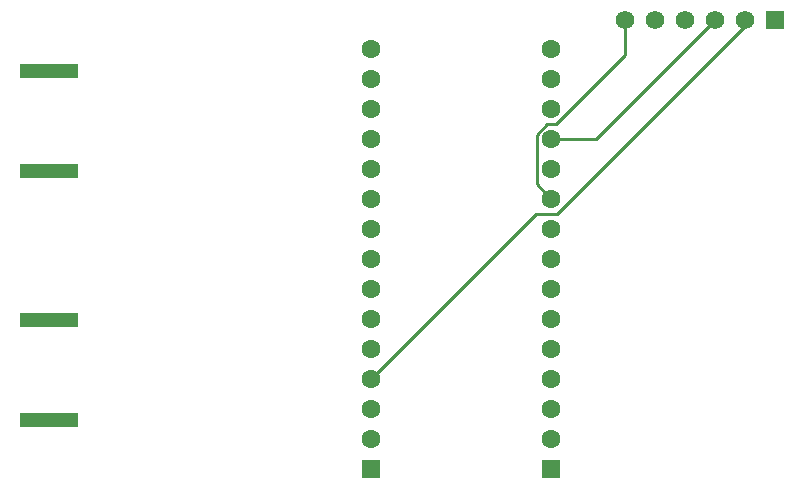
<source format=gbl>
G04 Layer: BottomLayer*
G04 EasyEDA v6.5.44, 2024-08-27 10:33:55*
G04 3fde5a6329554247a190ecd3801b01c9,e183ea938b1e48739b2e3e039e877233,10*
G04 Gerber Generator version 0.2*
G04 Scale: 100 percent, Rotated: No, Reflected: No *
G04 Dimensions in millimeters *
G04 leading zeros omitted , absolute positions ,4 integer and 5 decimal *
%FSLAX45Y45*%
%MOMM*%

%ADD10C,0.2540*%
%ADD11R,5.0000X1.3000*%
%ADD12C,1.5748*%
%ADD13R,1.5748X1.5748*%
%ADD14R,1.6000X1.6000*%
%ADD15C,1.6000*%

%LPD*%
D10*
X5207000Y11099800D02*
G01*
X5083098Y11223701D01*
X5083098Y11644579D01*
X5173319Y11734800D01*
X5244211Y11734800D01*
X5829300Y12319888D01*
X5829300Y12611100D01*
X5207000Y11607800D02*
G01*
X5588000Y11607800D01*
X6591300Y12611100D01*
X3683000Y9575800D02*
G01*
X5080000Y10972800D01*
X5258536Y10972800D01*
X6845300Y12559563D01*
X6845300Y12611100D01*
D11*
G01*
X951712Y11336197D03*
G01*
X951712Y12184202D03*
G01*
X951712Y9227997D03*
G01*
X951712Y10076002D03*
D12*
G01*
X5829300Y12611100D03*
G01*
X6083300Y12611100D03*
G01*
X6337300Y12611100D03*
G01*
X6591300Y12611100D03*
G01*
X6845300Y12611100D03*
D13*
G01*
X7099300Y12611100D03*
D14*
G01*
X5207000Y8813800D03*
D15*
G01*
X3683000Y9067800D03*
G01*
X3683000Y9575800D03*
G01*
X3683000Y10083800D03*
G01*
X3683000Y10591800D03*
G01*
X3683000Y11099800D03*
G01*
X3683000Y11607800D03*
G01*
X3683000Y12115800D03*
G01*
X5207000Y12369800D03*
G01*
X5207000Y11861800D03*
G01*
X5207000Y11353800D03*
G01*
X5207000Y10845800D03*
G01*
X5207000Y10337800D03*
G01*
X5207000Y9829800D03*
G01*
X5207000Y9321800D03*
G01*
X5207000Y9067800D03*
G01*
X5207000Y9575800D03*
G01*
X5207000Y10083800D03*
G01*
X5207000Y10591800D03*
G01*
X5207000Y11099800D03*
G01*
X5207000Y11607800D03*
G01*
X5207000Y12115800D03*
G01*
X3683000Y12369800D03*
G01*
X3683000Y11861800D03*
G01*
X3683000Y11353800D03*
G01*
X3683000Y10845800D03*
G01*
X3683000Y10337800D03*
G01*
X3683000Y9829800D03*
G01*
X3683000Y9321800D03*
D14*
G01*
X3683000Y8813800D03*
M02*

</source>
